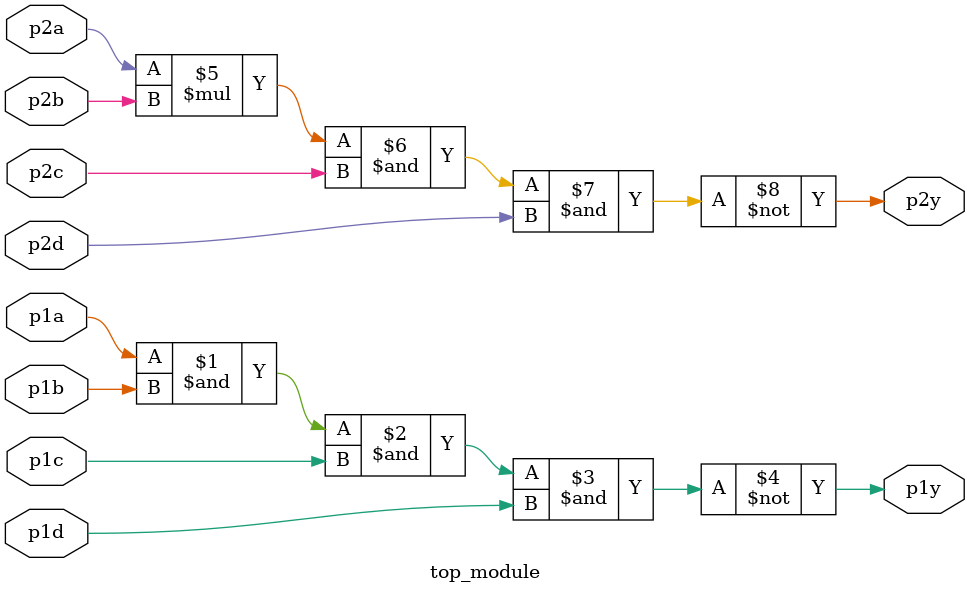
<source format=v>
module top_module ( 
    input p1a, p1b, p1c, p1d,
    output p1y,
    input p2a, p2b, p2c, p2d,
    output p2y );

	assign p1y = ~(p1a & p1b & p1c & p1d);
	assign p2y = ~(p2a * p2b & p2c & p2d);


endmodule

</source>
